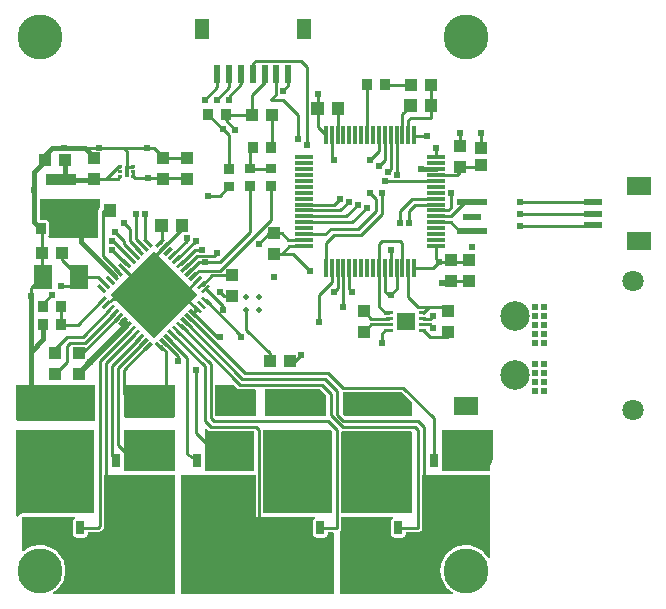
<source format=gtl>
G04 Layer: TopLayer*
G04 EasyEDA v6.4.17, 2021-03-02T09:49:47--3:00*
G04 75982556833f470fbfa1e054b907e15e,59636247558045d2802cba280e4ac9d9,10*
G04 Gerber Generator version 0.2*
G04 Scale: 100 percent, Rotated: No, Reflected: No *
G04 Dimensions in inches *
G04 leading zeros omitted , absolute positions ,3 integer and 6 decimal *
%FSLAX36Y36*%
%MOIN*%

%ADD10C,0.0100*%
%ADD11C,0.0200*%
%ADD12C,0.0063*%
%ADD13C,0.0150*%
%ADD14C,0.0240*%
%ADD15C,0.0236*%
%ADD16C,0.1496*%
%ADD17C,0.0197*%
%ADD18R,0.0610X0.0236*%
%ADD19R,0.0787X0.0591*%
%ADD20R,0.0433X0.0394*%
%ADD22R,0.0430X0.0390*%
%ADD23R,0.0236X0.0610*%
%ADD24R,0.0472X0.0709*%
%ADD26R,0.0340X0.0318*%
%ADD28R,0.0670X0.0475*%
%ADD29R,0.0984X0.0197*%
%ADD30R,0.0630X0.0197*%
%ADD31R,0.0120X0.0630*%
%ADD32R,0.0630X0.0120*%
%ADD39R,0.0787X0.0591*%
%ADD40R,0.0413X0.0425*%
%ADD41R,0.0425X0.0413*%
%ADD42R,0.0591X0.0787*%
%ADD44C,0.0827*%
%ADD45C,0.0984*%
%ADD46C,0.0709*%

%LPD*%
G36*
X-1229180Y-50000D02*
G01*
X-1230680Y-49700D01*
X-1231980Y-48860D01*
X-1232840Y-47600D01*
X-1233180Y-46120D01*
X-1232940Y-44600D01*
X-1230920Y-41380D01*
X-1230180Y-39240D01*
X-1229900Y-36780D01*
X-1229900Y-3220D01*
X-1230180Y-760D01*
X-1230920Y1380D01*
X-1232120Y3280D01*
X-1233720Y4880D01*
X-1235620Y6080D01*
X-1237760Y6820D01*
X-1240220Y7100D01*
X-1256000Y7100D01*
X-1257540Y7400D01*
X-1258820Y8280D01*
X-1259700Y9560D01*
X-1260000Y11100D01*
X-1260000Y76000D01*
X-1259700Y77540D01*
X-1258820Y78820D01*
X-1257540Y79700D01*
X-1256000Y80000D01*
X-1064000Y80000D01*
X-1062460Y79700D01*
X-1061180Y78820D01*
X-1060300Y77540D01*
X-1060000Y76000D01*
X-1060000Y52900D01*
X-1060240Y51560D01*
X-1060900Y50359D01*
X-1062540Y48380D01*
X-1063940Y45780D01*
X-1064800Y42939D01*
X-1065100Y39800D01*
X-1065100Y-46000D01*
X-1065400Y-47539D01*
X-1066280Y-48820D01*
X-1067560Y-49700D01*
X-1069100Y-50000D01*
G37*

%LPD*%
G36*
X-670900Y-644900D02*
G01*
X-672440Y-644599D01*
X-673720Y-643720D01*
X-674599Y-642440D01*
X-674900Y-640900D01*
X-674900Y-544000D01*
X-674599Y-542460D01*
X-673720Y-541180D01*
X-672440Y-540300D01*
X-670900Y-540000D01*
X-617200Y-540000D01*
X-615660Y-540300D01*
X-614360Y-541180D01*
X-605000Y-550540D01*
X-602560Y-552540D01*
X-599960Y-553940D01*
X-597120Y-554800D01*
X-593980Y-555100D01*
X-544000Y-555100D01*
X-542460Y-555400D01*
X-541180Y-556280D01*
X-540300Y-557560D01*
X-540000Y-559100D01*
X-540000Y-640900D01*
X-540300Y-642440D01*
X-541180Y-643720D01*
X-542460Y-644599D01*
X-544000Y-644900D01*
G37*

%LPD*%
G36*
X-506000Y-644900D02*
G01*
X-507540Y-644599D01*
X-508820Y-643720D01*
X-509700Y-642440D01*
X-510000Y-640900D01*
X-510000Y-559100D01*
X-509700Y-557560D01*
X-508820Y-556280D01*
X-507540Y-555400D01*
X-506000Y-555100D01*
X-327920Y-555100D01*
X-326380Y-555400D01*
X-325080Y-556280D01*
X-306280Y-575080D01*
X-305400Y-576380D01*
X-305100Y-577920D01*
X-305100Y-639800D01*
X-305040Y-640500D01*
X-305220Y-642159D01*
X-306040Y-643580D01*
X-307400Y-644560D01*
X-309020Y-644900D01*
G37*

%LPD*%
G36*
X-242079Y-644900D02*
G01*
X-243619Y-644599D01*
X-244920Y-643720D01*
X-248820Y-639820D01*
X-249700Y-638520D01*
X-250000Y-636980D01*
X-250000Y-569100D01*
X-249700Y-567560D01*
X-248820Y-566280D01*
X-247540Y-565400D01*
X-246000Y-565100D01*
X-56360Y-565100D01*
X-54840Y-565400D01*
X-53540Y-566280D01*
X-21180Y-598640D01*
X-20299Y-599940D01*
X-20000Y-601460D01*
X-20000Y-640900D01*
X-20299Y-642440D01*
X-21180Y-643720D01*
X-22460Y-644599D01*
X-24000Y-644900D01*
G37*

%LPD*%
G36*
X-976000Y-650000D02*
G01*
X-977540Y-649700D01*
X-978820Y-648820D01*
X-979700Y-647540D01*
X-980000Y-646000D01*
X-980000Y-544000D01*
X-979700Y-542460D01*
X-978820Y-541180D01*
X-977540Y-540300D01*
X-976000Y-540000D01*
X-814000Y-540000D01*
X-812460Y-540300D01*
X-811180Y-541180D01*
X-810300Y-542460D01*
X-810000Y-544000D01*
X-810000Y-646000D01*
X-810300Y-647540D01*
X-811180Y-648820D01*
X-812460Y-649700D01*
X-814000Y-650000D01*
G37*

%LPD*%
G36*
X-1335900Y-660000D02*
G01*
X-1337440Y-659700D01*
X-1338720Y-658820D01*
X-1339600Y-657540D01*
X-1339900Y-656000D01*
X-1339900Y-544000D01*
X-1339600Y-542460D01*
X-1338720Y-541180D01*
X-1337420Y-540300D01*
X-1335900Y-540000D01*
X-1079100Y-540000D01*
X-1077560Y-540300D01*
X-1076280Y-541180D01*
X-1075400Y-542460D01*
X-1075100Y-544000D01*
X-1075100Y-656000D01*
X-1075400Y-657540D01*
X-1076280Y-658820D01*
X-1077560Y-659700D01*
X-1079100Y-660000D01*
G37*

%LPD*%
G36*
X-976000Y-829900D02*
G01*
X-977540Y-829599D01*
X-978820Y-828720D01*
X-979700Y-827440D01*
X-980000Y-825900D01*
X-980000Y-694000D01*
X-979700Y-692460D01*
X-978820Y-691180D01*
X-977540Y-690300D01*
X-976000Y-690000D01*
X-814000Y-690000D01*
X-812460Y-690300D01*
X-811180Y-691180D01*
X-810300Y-692460D01*
X-810000Y-694000D01*
X-810000Y-825900D01*
X-810300Y-827440D01*
X-811180Y-828720D01*
X-812460Y-829599D01*
X-814000Y-829900D01*
G37*

%LPD*%
G36*
X84000Y-829900D02*
G01*
X82460Y-829599D01*
X81180Y-828720D01*
X80300Y-827440D01*
X80000Y-825900D01*
X80000Y-694000D01*
X80300Y-692460D01*
X81180Y-691180D01*
X82460Y-690300D01*
X84000Y-690000D01*
X246000Y-690000D01*
X247540Y-690300D01*
X248820Y-691180D01*
X249700Y-692460D01*
X250000Y-694000D01*
X250000Y-788139D01*
X249660Y-789740D01*
X246400Y-797340D01*
X243540Y-806160D01*
X241500Y-815220D01*
X240420Y-823360D01*
X240260Y-826060D01*
X239899Y-827540D01*
X239040Y-828780D01*
X237760Y-829620D01*
X236260Y-829900D01*
G37*

%LPD*%
G36*
X-706000Y-829900D02*
G01*
X-707540Y-829599D01*
X-708820Y-828720D01*
X-709700Y-827440D01*
X-710000Y-825900D01*
X-710000Y-691020D01*
X-709700Y-689479D01*
X-708820Y-688180D01*
X-707540Y-687320D01*
X-706000Y-687020D01*
X-704460Y-687320D01*
X-703180Y-688180D01*
X-700819Y-690540D01*
X-698379Y-692540D01*
X-695780Y-693940D01*
X-692940Y-694800D01*
X-689800Y-695100D01*
X-549100Y-695100D01*
X-547560Y-695400D01*
X-546280Y-696280D01*
X-545400Y-697560D01*
X-545100Y-699100D01*
X-545100Y-825900D01*
X-545400Y-827440D01*
X-546280Y-828720D01*
X-547560Y-829599D01*
X-549100Y-829900D01*
G37*

%LPD*%
G36*
X-510900Y-969900D02*
G01*
X-512440Y-969599D01*
X-513720Y-968720D01*
X-514600Y-967440D01*
X-514900Y-965900D01*
X-514900Y-694000D01*
X-514600Y-692460D01*
X-513720Y-691180D01*
X-512440Y-690300D01*
X-510900Y-690000D01*
X-293020Y-690000D01*
X-291480Y-690300D01*
X-290180Y-691180D01*
X-286280Y-695080D01*
X-285400Y-696380D01*
X-285100Y-697920D01*
X-285100Y-965900D01*
X-285400Y-967440D01*
X-286280Y-968720D01*
X-287560Y-969599D01*
X-289100Y-969900D01*
G37*

%LPD*%
G36*
X-250900Y-969900D02*
G01*
X-252440Y-969599D01*
X-253720Y-968720D01*
X-254600Y-967440D01*
X-254899Y-965900D01*
X-254899Y-699020D01*
X-254560Y-697400D01*
X-253580Y-696040D01*
X-252160Y-695220D01*
X-250500Y-695040D01*
X-249800Y-695100D01*
X-24000Y-695100D01*
X-22460Y-695400D01*
X-21180Y-696280D01*
X-20299Y-697560D01*
X-20000Y-699100D01*
X-20000Y-839120D01*
X-20099Y-840220D01*
X-20099Y-965900D01*
X-20400Y-967440D01*
X-21280Y-968720D01*
X-22559Y-969599D01*
X-24100Y-969900D01*
G37*

%LPD*%
G36*
X-1335900Y-980000D02*
G01*
X-1337440Y-979700D01*
X-1338720Y-978820D01*
X-1339600Y-977540D01*
X-1339900Y-976000D01*
X-1339900Y-694000D01*
X-1339600Y-692460D01*
X-1338720Y-691180D01*
X-1337440Y-690300D01*
X-1335900Y-690000D01*
X-1084000Y-690000D01*
X-1082460Y-690300D01*
X-1081180Y-691180D01*
X-1080300Y-692460D01*
X-1080000Y-694000D01*
X-1080000Y-839120D01*
X-1080100Y-840220D01*
X-1080100Y-965900D01*
X-1080400Y-967440D01*
X-1081280Y-968720D01*
X-1082560Y-969599D01*
X-1084100Y-969900D01*
X-1319780Y-969900D01*
X-1322240Y-970180D01*
X-1324379Y-970920D01*
X-1326279Y-972120D01*
X-1327880Y-973720D01*
X-1329079Y-975620D01*
X-1329660Y-977320D01*
X-1330520Y-978720D01*
X-1331840Y-979659D01*
X-1333440Y-980000D01*
G37*

%LPD*%
G36*
X-1213760Y-1239900D02*
G01*
X-1215400Y-1239540D01*
X-1216760Y-1238520D01*
X-1217580Y-1237040D01*
X-1217720Y-1235360D01*
X-1217140Y-1233780D01*
X-1215960Y-1232560D01*
X-1209780Y-1228460D01*
X-1203580Y-1223440D01*
X-1197900Y-1217880D01*
X-1192740Y-1211820D01*
X-1188180Y-1205300D01*
X-1184260Y-1198360D01*
X-1181000Y-1191100D01*
X-1178440Y-1183580D01*
X-1176580Y-1175840D01*
X-1175480Y-1167960D01*
X-1175100Y-1160000D01*
X-1175480Y-1152040D01*
X-1176580Y-1144160D01*
X-1178440Y-1136420D01*
X-1181000Y-1128900D01*
X-1184260Y-1121640D01*
X-1188180Y-1114700D01*
X-1192740Y-1108180D01*
X-1197900Y-1102120D01*
X-1203580Y-1096560D01*
X-1209780Y-1091540D01*
X-1216400Y-1087140D01*
X-1223420Y-1083380D01*
X-1230760Y-1080300D01*
X-1238340Y-1077900D01*
X-1246120Y-1076240D01*
X-1254040Y-1075300D01*
X-1262000Y-1075120D01*
X-1269920Y-1075680D01*
X-1277780Y-1076980D01*
X-1285480Y-1079020D01*
X-1292940Y-1081760D01*
X-1300140Y-1085180D01*
X-1306960Y-1089260D01*
X-1313620Y-1094180D01*
X-1315240Y-1094880D01*
X-1316980Y-1094840D01*
X-1318540Y-1094040D01*
X-1319620Y-1092660D01*
X-1320000Y-1090960D01*
X-1320000Y-984000D01*
X-1319700Y-982460D01*
X-1318820Y-981180D01*
X-1317540Y-980300D01*
X-1316000Y-980000D01*
X-1147960Y-980000D01*
X-1146440Y-980300D01*
X-1145140Y-981180D01*
X-1144280Y-982460D01*
X-1143960Y-984000D01*
X-1144280Y-985540D01*
X-1145140Y-986820D01*
X-1146660Y-988340D01*
X-1147860Y-990260D01*
X-1148600Y-992380D01*
X-1148880Y-994860D01*
X-1148880Y-1039680D01*
X-1148600Y-1042140D01*
X-1147860Y-1044280D01*
X-1146660Y-1046180D01*
X-1145060Y-1047780D01*
X-1143160Y-1048980D01*
X-1141020Y-1049720D01*
X-1138560Y-1050000D01*
X-1111440Y-1050000D01*
X-1108980Y-1049720D01*
X-1106840Y-1048980D01*
X-1104940Y-1047780D01*
X-1103340Y-1046180D01*
X-1102140Y-1044280D01*
X-1101400Y-1042140D01*
X-1101120Y-1039680D01*
X-1101120Y-1036360D01*
X-1100820Y-1034820D01*
X-1099940Y-1033540D01*
X-1098660Y-1032660D01*
X-1097120Y-1032360D01*
X-1067460Y-1032360D01*
X-1064320Y-1032060D01*
X-1061480Y-1031200D01*
X-1058880Y-1029800D01*
X-1056440Y-1027800D01*
X-1049460Y-1020819D01*
X-1047460Y-1018379D01*
X-1046060Y-1015780D01*
X-1045200Y-1012940D01*
X-1044900Y-1009800D01*
X-1044900Y-844000D01*
X-1044599Y-842460D01*
X-1043720Y-841180D01*
X-1042440Y-840300D01*
X-1040900Y-840000D01*
X-814000Y-840000D01*
X-812460Y-840300D01*
X-811180Y-841180D01*
X-810300Y-842460D01*
X-810000Y-844000D01*
X-810000Y-1235900D01*
X-810300Y-1237420D01*
X-811180Y-1238720D01*
X-812460Y-1239600D01*
X-814000Y-1239900D01*
G37*

%LPD*%
G36*
X-786000Y-1239900D02*
G01*
X-787540Y-1239600D01*
X-788820Y-1238720D01*
X-789700Y-1237420D01*
X-790000Y-1235900D01*
X-790000Y-844000D01*
X-789700Y-842460D01*
X-788820Y-841180D01*
X-787540Y-840300D01*
X-786000Y-840000D01*
X-544000Y-840000D01*
X-542460Y-840300D01*
X-541180Y-841180D01*
X-540300Y-842460D01*
X-540000Y-844000D01*
X-540000Y-979599D01*
X-539600Y-980000D01*
X-347960Y-980000D01*
X-346440Y-980300D01*
X-345140Y-981180D01*
X-344280Y-982460D01*
X-343960Y-984000D01*
X-344280Y-985540D01*
X-345140Y-986820D01*
X-346659Y-988340D01*
X-347860Y-990260D01*
X-348600Y-992380D01*
X-348880Y-994860D01*
X-348880Y-1039680D01*
X-348600Y-1042140D01*
X-347860Y-1044280D01*
X-346659Y-1046180D01*
X-345060Y-1047780D01*
X-343160Y-1048980D01*
X-341019Y-1049720D01*
X-338560Y-1050000D01*
X-311440Y-1050000D01*
X-308980Y-1049720D01*
X-306840Y-1048980D01*
X-304940Y-1047780D01*
X-303340Y-1046180D01*
X-302140Y-1044280D01*
X-301400Y-1042140D01*
X-301120Y-1039680D01*
X-301120Y-1036360D01*
X-300820Y-1034820D01*
X-299940Y-1033540D01*
X-298660Y-1032660D01*
X-297120Y-1032360D01*
X-284000Y-1032360D01*
X-282460Y-1032660D01*
X-281180Y-1033540D01*
X-280300Y-1034820D01*
X-280000Y-1036360D01*
X-280000Y-1235900D01*
X-280300Y-1237420D01*
X-281180Y-1238720D01*
X-282460Y-1239600D01*
X-284000Y-1239900D01*
G37*

%LPD*%
G36*
X-256000Y-1239900D02*
G01*
X-257540Y-1239600D01*
X-258820Y-1238720D01*
X-259700Y-1237420D01*
X-260000Y-1235900D01*
X-260000Y-1030160D01*
X-259760Y-1028820D01*
X-259100Y-1027620D01*
X-257460Y-1025639D01*
X-256060Y-1023040D01*
X-255200Y-1020200D01*
X-254899Y-1017060D01*
X-254899Y-984000D01*
X-254600Y-982460D01*
X-253720Y-981180D01*
X-252440Y-980300D01*
X-250900Y-980000D01*
X-87960Y-980000D01*
X-86440Y-980300D01*
X-85140Y-981180D01*
X-84280Y-982460D01*
X-83960Y-984000D01*
X-84280Y-985540D01*
X-85140Y-986820D01*
X-86660Y-988340D01*
X-87860Y-990260D01*
X-88600Y-992380D01*
X-88880Y-994860D01*
X-88880Y-1039680D01*
X-88600Y-1042140D01*
X-87860Y-1044280D01*
X-86660Y-1046180D01*
X-85060Y-1047780D01*
X-83160Y-1048980D01*
X-81020Y-1049720D01*
X-78560Y-1050000D01*
X-51440Y-1050000D01*
X-48980Y-1049720D01*
X-46840Y-1048980D01*
X-44940Y-1047780D01*
X-43339Y-1046180D01*
X-42140Y-1044280D01*
X-41400Y-1042140D01*
X-41120Y-1039680D01*
X-41120Y-1036360D01*
X-40820Y-1034820D01*
X-39940Y-1033540D01*
X-38660Y-1032660D01*
X-37120Y-1032360D01*
X-200Y-1032360D01*
X2940Y-1032060D01*
X5780Y-1031200D01*
X8380Y-1029800D01*
X10660Y-1027920D01*
X12540Y-1025639D01*
X13939Y-1023040D01*
X14800Y-1020200D01*
X15100Y-1017060D01*
X15100Y-844000D01*
X15400Y-842460D01*
X16279Y-841180D01*
X17560Y-840300D01*
X19100Y-840000D01*
X235900Y-840000D01*
X237440Y-840300D01*
X238720Y-841180D01*
X239600Y-842460D01*
X239899Y-844000D01*
X239899Y-1113820D01*
X239520Y-1115500D01*
X238460Y-1116880D01*
X236920Y-1117680D01*
X235180Y-1117740D01*
X233580Y-1117080D01*
X232420Y-1115780D01*
X231820Y-1114700D01*
X227260Y-1108180D01*
X222100Y-1102120D01*
X216420Y-1096560D01*
X210219Y-1091540D01*
X203600Y-1087140D01*
X196580Y-1083380D01*
X189240Y-1080300D01*
X181660Y-1077900D01*
X173880Y-1076240D01*
X165960Y-1075300D01*
X158000Y-1075120D01*
X150080Y-1075680D01*
X142220Y-1076980D01*
X134520Y-1079020D01*
X127060Y-1081760D01*
X119860Y-1085180D01*
X113040Y-1089260D01*
X106620Y-1093980D01*
X100680Y-1099260D01*
X95239Y-1105080D01*
X90399Y-1111400D01*
X86140Y-1118120D01*
X82540Y-1125220D01*
X79640Y-1132640D01*
X77420Y-1140280D01*
X75940Y-1148100D01*
X75200Y-1156020D01*
X75200Y-1163980D01*
X75940Y-1171900D01*
X77420Y-1179720D01*
X79640Y-1187360D01*
X82540Y-1194780D01*
X86140Y-1201880D01*
X90399Y-1208600D01*
X95239Y-1214920D01*
X100680Y-1220740D01*
X106620Y-1226020D01*
X113040Y-1230740D01*
X115940Y-1232460D01*
X117200Y-1233640D01*
X117840Y-1235240D01*
X117739Y-1236960D01*
X116940Y-1238480D01*
X115559Y-1239520D01*
X113880Y-1239900D01*
G37*

%LPD*%
D10*
X-1125000Y-1017260D02*
G01*
X-1067260Y-1017260D01*
X-1060000Y-1010000D01*
X-1060000Y-462420D01*
X-954960Y-357380D01*
X-1040000Y-840000D02*
G01*
X-1040000Y-469280D01*
X-941529Y-370810D01*
X-1005000Y-792740D02*
G01*
X-1020000Y-777740D01*
X-1020000Y-477579D01*
X-927380Y-384960D01*
X-970000Y-760000D02*
G01*
X-980000Y-760000D01*
X-1000000Y-740000D01*
X-1000000Y-485860D01*
X-913240Y-399099D01*
X-800000Y-460000D02*
G01*
X-800000Y-445900D01*
X-846769Y-399129D01*
X-700000Y-740000D02*
G01*
X-740000Y-700000D01*
X-740000Y-490000D01*
X-832630Y-384990D02*
G01*
X-832630Y-387370D01*
X-770000Y-450000D01*
X-770000Y-690000D01*
X-770000Y-770000D01*
X-735000Y-793000D01*
X-818490Y-370850D02*
G01*
X-710000Y-479340D01*
X-710000Y-660000D01*
X-690000Y-680000D01*
X-540000Y-680000D01*
X-530000Y-690000D01*
X-530000Y-990000D01*
X-65000Y-1017260D02*
G01*
X0Y-1017260D01*
X0Y-690000D01*
X-10000Y-680000D01*
X-250000Y-680000D01*
X-290000Y-640000D01*
X-290000Y-570000D01*
X-320000Y-540000D01*
X-594180Y-540000D01*
X-790910Y-343270D01*
X20000Y-850000D02*
G01*
X20000Y-680000D01*
X0Y-660000D01*
X-250000Y-660000D01*
X-270000Y-640000D01*
X-270000Y-560000D01*
X-310000Y-520000D01*
X-585900Y-520000D01*
X-776769Y-329129D01*
X-899810Y-412530D02*
G01*
X-902530Y-412530D01*
X-980000Y-490000D01*
X-980000Y-570000D01*
X-960000Y-590000D01*
X-860210Y-412570D02*
G01*
X-857430Y-412570D01*
X-840000Y-430000D01*
X-840000Y-560000D01*
X-749190Y-301550D02*
G01*
X-735050Y-287410D01*
X-749190Y-301550D02*
G01*
X-670740Y-380000D01*
X-660000Y-380000D01*
X-325000Y-1017260D02*
G01*
X-270000Y-1017260D01*
X-270000Y-690000D01*
X-300000Y-660000D01*
X-680000Y-660000D01*
X-690000Y-650000D01*
X-690000Y-472470D01*
X-805050Y-357420D01*
X55000Y-792740D02*
G01*
X52492Y-650946D01*
X-48453Y-550000D01*
X-250000Y-550000D01*
X-300000Y-500000D01*
X-577620Y-500000D01*
X-762630Y-314990D01*
D11*
X-969100Y-343240D02*
G01*
X-983240Y-329099D01*
D10*
X-1039110Y-273230D02*
G01*
X-1017222Y-253334D01*
X-880020Y-240020D01*
D12*
X-1007757Y-877117D02*
G01*
X-1006567Y-877117D01*
X-736161Y-872722D02*
G01*
X-734971Y-872722D01*
X52149Y-875839D02*
G01*
X53339Y-875839D01*
X-1277160Y-792878D02*
G01*
X-1275970Y-792878D01*
X-475346Y-794691D02*
G01*
X-474156Y-794691D01*
X-217958Y-791533D02*
G01*
X-216768Y-791533D01*
D10*
X-1190340Y-280000D02*
G01*
X-1190340Y-340000D01*
X-1190340Y-340000D02*
G01*
X-1132740Y-340000D01*
X-1052540Y-259800D01*
D11*
X-1091266Y-465406D02*
G01*
X-969100Y-343240D01*
X-1130000Y-504000D02*
G01*
X-1129860Y-504000D01*
X-1091266Y-465406D01*
D10*
X-1130000Y-436000D02*
G01*
X-1118440Y-436000D01*
X-997390Y-314950D01*
X-1210000Y-504000D02*
G01*
X-1170000Y-464000D01*
X-1170000Y-410000D01*
X-1160000Y-400000D01*
X-1109300Y-400000D01*
X-1010819Y-301520D01*
X-1210000Y-435999D02*
G01*
X-1210000Y-420000D01*
X-1170000Y-380000D01*
X-1117580Y-380000D01*
X-1024960Y-287380D01*
X-1257000Y-20000D02*
G01*
X-1254000Y-23000D01*
X-1254000Y-100000D01*
X-1131000Y-180000D02*
G01*
X-1186000Y-125000D01*
X-1186000Y-100000D01*
X-1131000Y-180000D02*
G01*
X-1065910Y-180000D01*
X-1039140Y-206770D01*
X-1249660Y-280000D02*
G01*
X-1249660Y-269660D01*
X-1220000Y-240000D01*
X-1249000Y-180000D02*
G01*
X-1252852Y-180000D01*
X-1290000Y-217148D01*
X-1290000Y-243973D01*
X-1131000Y-180000D02*
G01*
X-1161000Y-210000D01*
X-1190000Y-210000D01*
D13*
X-1123000Y-20000D02*
G01*
X-1123000Y-66340D01*
X-1010860Y-178480D01*
X-1190000Y143310D02*
G01*
X-1176000Y157310D01*
X-1176000Y210000D01*
X-1280000Y110000D02*
G01*
X-1280000Y3000D01*
X-1257000Y-20000D01*
X-1244000Y210000D02*
G01*
X-1244000Y206000D01*
X-1280000Y170000D01*
X-1280000Y110000D01*
X-1249660Y-340000D02*
G01*
X-1249660Y-389660D01*
X-1290000Y-430000D01*
X-1290000Y-560000D01*
X-1250000Y-560000D01*
X-1290000Y-243973D02*
G01*
X-1290000Y-430000D01*
X-1178084Y250000D02*
G01*
X-1110000Y250000D01*
X-1080000Y220000D01*
X-1080000Y214000D01*
X-1244000Y210000D02*
G01*
X-1244000Y226000D01*
X-1220000Y250000D01*
X-1178084Y250000D01*
X-1080000Y146000D02*
G01*
X-1082690Y143310D01*
X-1190000Y143310D01*
D10*
X-991560Y185750D02*
G01*
X-999367Y185750D01*
X-1039117Y146000D01*
X-1063584Y250000D02*
G01*
X-1110000Y250000D01*
X-970000Y170000D02*
G01*
X-970000Y240000D01*
X-980000Y250000D01*
X-1063584Y250000D01*
X-991560Y154249D02*
G01*
X-999810Y146000D01*
X-1080000Y146000D01*
X-948450Y185750D02*
G01*
X-965613Y185750D01*
X-970000Y190137D01*
X-948450Y154249D02*
G01*
X-948450Y170000D01*
X-900000Y150000D02*
G01*
X-774000Y150000D01*
X-770000Y146000D01*
X-948450Y154249D02*
G01*
X-944200Y150000D01*
X-900000Y150000D01*
X-770000Y214000D02*
G01*
X-850000Y214000D01*
X-904084Y250000D02*
G01*
X-880000Y250000D01*
X-850000Y220000D01*
X-850000Y214000D01*
X-980000Y250000D02*
G01*
X-904084Y250000D01*
X-983280Y-150900D02*
G01*
X-894160Y-240020D01*
X-880020Y-240020D01*
X-1026000Y40000D02*
G01*
X-1050000Y40000D01*
X-1050000Y-112470D01*
X-997419Y-165050D01*
X-969140Y-136760D02*
G01*
X-973240Y-136760D01*
X-1020000Y-90000D01*
X-955000Y-122620D02*
G01*
X-1017620Y-60000D01*
X-1020000Y-60000D01*
X-941560Y-109190D02*
G01*
X-980000Y-70750D01*
X-980000Y-60000D01*
X-1010000Y-30000D01*
X-927419Y-95040D02*
G01*
X-940000Y-80000D01*
X-960000Y-60000D01*
X-960000Y-20000D01*
X-980000Y0D01*
X-940000Y30000D02*
G01*
X-940000Y-54179D01*
X-913280Y-80900D01*
X-899840Y-67470D02*
G01*
X-910000Y-57310D01*
X-910000Y30000D01*
X-846769Y-80900D02*
G01*
X-880020Y-114149D01*
X-880020Y-240020D01*
X-846769Y-80900D02*
G01*
X-786000Y-20130D01*
X-786000Y-10000D01*
X-860209Y-67470D02*
G01*
X-854000Y-61261D01*
X-854000Y-10000D01*
X-818489Y-109190D02*
G01*
X-770000Y-60701D01*
X-770000Y-50000D01*
X-805050Y-122620D02*
G01*
X-802620Y-122620D01*
X-740000Y-60000D01*
X-790910Y-136760D02*
G01*
X-744149Y-90000D01*
X-720000Y-90000D01*
X-776769Y-150900D02*
G01*
X-735870Y-110000D01*
X-680000Y-110000D01*
X-670000Y-100000D01*
X-763000Y-165000D02*
G01*
X-728000Y-130000D01*
X-710000Y-130000D01*
X180000Y-27199D02*
G01*
X137200Y-27199D01*
X109500Y500D01*
X60499Y500D01*
X-380500Y59500D02*
G01*
X-280000Y60000D01*
X-260000Y80000D01*
X-380500Y40500D02*
G01*
X-259500Y40500D01*
X-230000Y70000D01*
X-380500Y20500D02*
G01*
X-239500Y20500D01*
X-200000Y60000D01*
X-380500Y500D02*
G01*
X-219500Y500D01*
X-170000Y50000D01*
X-130499Y290500D02*
G01*
X-130499Y239500D01*
X-160000Y210000D01*
X-110499Y290500D02*
G01*
X-110499Y209500D01*
X-130000Y190000D01*
X-100000Y170000D02*
G01*
X-90499Y179500D01*
X-90499Y290500D01*
X-70499Y290500D02*
G01*
X-70499Y160000D01*
X-220000Y-230000D02*
G01*
X-228500Y-221500D01*
X-228500Y-150500D01*
X-250000Y-280000D02*
G01*
X-248500Y-278500D01*
X-248500Y-150500D01*
X-267500Y-150500D02*
G01*
X-267500Y-217500D01*
X-280000Y-230000D01*
X-307500Y290500D02*
G01*
X-334000Y317000D01*
X-334000Y380000D01*
X-267500Y290500D02*
G01*
X-266000Y292000D01*
X-266000Y380000D01*
X-169500Y290500D02*
G01*
X-169500Y460000D01*
X-169660Y460000D01*
X-110339Y460000D02*
G01*
X-23500Y460000D01*
X43999Y390000D02*
G01*
X43999Y459500D01*
X43500Y460000D01*
X-23999Y390000D02*
G01*
X-51499Y362500D01*
X-51499Y290500D01*
X43999Y390000D02*
G01*
X43999Y350000D01*
X-21732Y350000D01*
X-31499Y340233D01*
X-31499Y290500D01*
X60499Y158500D02*
G01*
X130000Y158500D01*
X140000Y168500D01*
X140000Y186000D01*
X210000Y192440D02*
G01*
X203559Y186000D01*
X140000Y186000D01*
X210000Y247560D02*
G01*
X210000Y300000D01*
X140000Y254000D02*
G01*
X140000Y300000D01*
X170000Y-194000D02*
G01*
X170000Y-194000D01*
X110000Y-194000D01*
X110000Y-194000D02*
G01*
X86000Y-194000D01*
X80000Y-200000D01*
X70000Y-130000D02*
G01*
X70000Y-130000D01*
X170000Y-130000D01*
X170000Y-126000D01*
X60499Y-78500D02*
G01*
X60499Y-120500D01*
X70000Y-130000D01*
X60499Y138500D02*
G01*
X58999Y140000D01*
X-110000Y140000D01*
X60499Y79500D02*
G01*
X-20499Y79500D01*
X-60000Y40000D01*
X-60000Y0D01*
X-30000Y0D02*
G01*
X-30000Y40000D01*
X-10499Y59500D01*
X60499Y59500D01*
X-590000Y-380000D02*
G01*
X-590000Y-377300D01*
X-707470Y-259830D01*
X-650000Y-290000D02*
G01*
X-650000Y-277670D01*
X-707470Y-220200D01*
X180000Y67199D02*
G01*
X157200Y67199D01*
X110499Y20500D01*
X60499Y20500D01*
X60499Y40500D02*
G01*
X100499Y40500D01*
X110000Y50000D01*
X110000Y100000D01*
X-735050Y-192620D02*
G01*
X-783699Y-241555D01*
X-735050Y-287410D02*
G01*
X-737844Y-287410D01*
X-783699Y-241555D01*
X-180000Y-296000D02*
G01*
X-155840Y-320160D01*
X-95810Y-320160D01*
X-180000Y-364000D02*
G01*
X-155840Y-339840D01*
X-95810Y-339840D01*
X-95810Y-359530D02*
G01*
X-109530Y-359530D01*
X-120000Y-370000D01*
X-120000Y-400000D01*
X-130499Y-150500D02*
G01*
X-130499Y-279500D01*
X-109530Y-300470D01*
X-95810Y-300470D01*
X-70499Y-150500D02*
G01*
X-70499Y-220500D01*
X-95000Y-245000D01*
X-110499Y-229500D01*
X-110499Y-150500D01*
X15810Y-320160D02*
G01*
X39840Y-320160D01*
X50000Y-310000D01*
X50000Y-310000D01*
X15810Y-339840D02*
G01*
X39840Y-339840D01*
X50000Y-350000D01*
X50000Y-350000D01*
X100000Y-296000D02*
G01*
X100000Y-280000D01*
X37402Y-280000D01*
X16933Y-300470D01*
X15810Y-300470D01*
X15810Y-359530D02*
G01*
X18136Y-359530D01*
X40824Y-382217D01*
X100000Y-382217D01*
X100000Y-364000D01*
X583720Y30000D02*
G01*
X340000Y30000D01*
X583720Y-9370D02*
G01*
X583090Y-10000D01*
X340000Y-10000D01*
X60499Y217500D02*
G01*
X60499Y250000D01*
X-11499Y290500D02*
G01*
X-11000Y290000D01*
X30000Y290000D01*
X-553500Y360000D02*
G01*
X-553840Y359660D01*
X-650000Y359660D01*
X-490340Y250000D02*
G01*
X-486500Y253840D01*
X-486500Y360000D01*
X-490000Y179660D02*
G01*
X-560000Y179660D01*
X-560000Y179660D01*
X-560000Y179660D02*
G01*
X-560000Y239660D01*
X-549660Y250000D01*
X-380500Y-58500D02*
G01*
X-431500Y-58500D01*
X-454000Y-36000D01*
X-480000Y-36000D01*
X-480000Y-103999D02*
G01*
X-454000Y-103999D01*
X-428500Y-78500D01*
X-380500Y-78500D01*
X-454000Y-103999D02*
G01*
X-416000Y-103999D01*
X-360000Y-160000D01*
X-749190Y-178480D02*
G01*
X-730000Y-160000D01*
X-689793Y-160000D01*
X-689793Y-160000D02*
G01*
X-660000Y-160000D01*
X-490000Y10000D01*
X-490000Y120339D01*
X-710000Y-130000D02*
G01*
X-660000Y-130000D01*
X-560000Y-30000D01*
X-560000Y120339D01*
X-650654Y310994D02*
G01*
X-630000Y290340D01*
X-630000Y179660D01*
X-699659Y360000D02*
G01*
X-650654Y310994D01*
X-630000Y120339D02*
G01*
X-660000Y90000D01*
X-700000Y90000D01*
X-31499Y-150500D02*
G01*
X-31499Y-248500D01*
X0Y-280000D01*
X37402Y-280000D01*
X-426000Y-460000D02*
G01*
X-410000Y-460000D01*
X-390000Y-440000D01*
X-571700Y-291700D02*
G01*
X-571700Y-358300D01*
X-494000Y-436000D01*
X-494000Y-460000D01*
X-307500Y-150500D02*
G01*
X-307500Y-67500D01*
X-280000Y-40000D01*
X-190000Y-40000D01*
X-120000Y30000D01*
X-120000Y100000D01*
X-160000Y100000D02*
G01*
X-140000Y80000D01*
X-140000Y40000D01*
X-200000Y-20000D01*
X-290000Y-20000D01*
X-308500Y-38500D01*
X-380500Y-38500D01*
X-471260Y493720D02*
G01*
X-471260Y428739D01*
X-490000Y410000D01*
X-450000Y410000D01*
X-400000Y360000D01*
X-400000Y280000D01*
X-330000Y-330000D02*
G01*
X-330000Y-240000D01*
X-287500Y-197500D01*
X-287500Y-150500D01*
X-720910Y-206770D02*
G01*
X-716769Y-206770D01*
X-686000Y-176000D01*
X-620000Y-176000D01*
X-620000Y-244000D02*
G01*
X-646000Y-244000D01*
X-660000Y-230000D01*
X-480000Y-36000D02*
G01*
X-496000Y-36000D01*
X-530000Y-70000D01*
X-640340Y360000D02*
G01*
X-640340Y340340D01*
X-610000Y310000D01*
X-431890Y493720D02*
G01*
X-431890Y458110D01*
X-450000Y440000D01*
X-334000Y380000D02*
G01*
X-334000Y430000D01*
X-287500Y290500D02*
G01*
X-287500Y217500D01*
X-280000Y210000D01*
X-11499Y-150500D02*
G01*
X49500Y-150500D01*
X70000Y-130000D01*
X-51499Y-150500D02*
G01*
X-51499Y-68500D01*
X-60000Y-60000D01*
X-120000Y-60000D01*
X-130499Y-70500D01*
X-130499Y-150500D01*
X-90499Y-150500D02*
G01*
X-90499Y-90000D01*
X-1254000Y-100000D02*
G01*
X-1254000Y-140000D01*
X-1249000Y-145000D01*
X-1249000Y-180000D01*
D13*
X60499Y177500D02*
G01*
X10000Y177500D01*
D10*
X-589370Y493720D02*
G01*
X-589370Y460630D01*
X-630000Y420000D01*
X-630000Y410000D01*
X-628740Y493720D02*
G01*
X-628740Y451260D01*
X-670000Y410000D01*
X-668110Y493720D02*
G01*
X-668110Y451889D01*
X-710000Y410000D01*
X-510630Y493720D02*
G01*
X-510630Y469370D01*
X-553500Y426500D01*
X-553500Y360000D01*
X-550000Y493720D02*
G01*
X-550000Y530552D01*
X-540552Y540000D01*
X-390000Y540000D01*
X-370000Y520000D01*
X-370000Y260000D01*
X583720Y69369D02*
G01*
X340000Y69369D01*
X340000Y70000D01*
D18*
G01*
X583720Y-9370D03*
G01*
X583720Y30000D03*
G01*
X583720Y69369D03*
D19*
G01*
X736279Y120550D03*
G01*
X736279Y-60550D03*
D20*
G01*
X210000Y247560D03*
G01*
X210000Y192440D03*
G36*
X-1239213Y161024D02*
G01*
X-1140787Y161024D01*
X-1140787Y125591D01*
X-1239213Y125591D01*
G37*
G36*
X-1239213Y74408D02*
G01*
X-1140787Y74408D01*
X-1140787Y38976D01*
X-1239213Y38976D01*
G37*
D22*
G01*
X-486500Y360000D03*
G01*
X-553500Y360000D03*
G01*
X-23500Y460000D03*
G01*
X43500Y460000D03*
D23*
G01*
X-431890Y493720D03*
G01*
X-471260Y493720D03*
G01*
X-510630Y493720D03*
G01*
X-550000Y493720D03*
G01*
X-589370Y493720D03*
G01*
X-628740Y493720D03*
D24*
G01*
X-380710Y646280D03*
G01*
X-719290Y646280D03*
D23*
G01*
X-668110Y493720D03*
G36*
X-1238800Y-994860D02*
G01*
X-1211200Y-994860D01*
X-1211200Y-1040060D01*
X-1238800Y-1040060D01*
G37*
G36*
X-1288800Y-994665D02*
G01*
X-1261200Y-994665D01*
X-1261200Y-1039865D01*
X-1288800Y-1039865D01*
G37*
G36*
X-1188800Y-994860D02*
G01*
X-1161200Y-994860D01*
X-1161200Y-1040060D01*
X-1188800Y-1040060D01*
G37*
G36*
X-1138800Y-994665D02*
G01*
X-1111200Y-994665D01*
X-1111200Y-1039865D01*
X-1138800Y-1039865D01*
G37*
G36*
X-1105512Y-770022D02*
G01*
X-1294488Y-770022D01*
X-1294488Y-834982D01*
X-1284646Y-834982D01*
X-1284646Y-955061D01*
X-1115355Y-955061D01*
X-1115355Y-834982D01*
X-1105512Y-834982D01*
G37*
G36*
X-891200Y-815140D02*
G01*
X-918800Y-815140D01*
X-918800Y-769940D01*
X-891200Y-769940D01*
G37*
G36*
X-841200Y-815335D02*
G01*
X-868800Y-815335D01*
X-868800Y-770134D01*
X-841200Y-770134D01*
G37*
G36*
X-941200Y-815140D02*
G01*
X-968800Y-815140D01*
X-968800Y-769940D01*
X-941200Y-769940D01*
G37*
G36*
X-991200Y-815335D02*
G01*
X-1018800Y-815335D01*
X-1018800Y-770134D01*
X-991200Y-770134D01*
G37*
G36*
X-1024488Y-1039978D02*
G01*
X-835512Y-1039978D01*
X-835512Y-975018D01*
X-845354Y-975018D01*
X-845354Y-854939D01*
X-1014645Y-854939D01*
X-1014645Y-975018D01*
X-1024488Y-975018D01*
G37*
G36*
X-438800Y-994860D02*
G01*
X-411200Y-994860D01*
X-411200Y-1040060D01*
X-438800Y-1040060D01*
G37*
G36*
X-488800Y-994665D02*
G01*
X-461200Y-994665D01*
X-461200Y-1039865D01*
X-488800Y-1039865D01*
G37*
G36*
X-388799Y-994860D02*
G01*
X-361200Y-994860D01*
X-361200Y-1040060D01*
X-388799Y-1040060D01*
G37*
G36*
X-338799Y-994665D02*
G01*
X-311200Y-994665D01*
X-311200Y-1039865D01*
X-338799Y-1039865D01*
G37*
G36*
X-305512Y-770022D02*
G01*
X-494488Y-770022D01*
X-494488Y-834982D01*
X-484646Y-834982D01*
X-484646Y-955061D01*
X-315355Y-955061D01*
X-315355Y-834982D01*
X-305512Y-834982D01*
G37*
G36*
X-621200Y-815140D02*
G01*
X-648800Y-815140D01*
X-648800Y-769940D01*
X-621200Y-769940D01*
G37*
G36*
X-571200Y-815335D02*
G01*
X-598800Y-815335D01*
X-598800Y-770134D01*
X-571200Y-770134D01*
G37*
G36*
X-671200Y-815140D02*
G01*
X-698800Y-815140D01*
X-698800Y-769940D01*
X-671200Y-769940D01*
G37*
G36*
X-721200Y-815335D02*
G01*
X-748800Y-815335D01*
X-748800Y-770134D01*
X-721200Y-770134D01*
G37*
G36*
X-754488Y-1039978D02*
G01*
X-565512Y-1039978D01*
X-565512Y-975018D01*
X-575354Y-975018D01*
X-575354Y-854939D01*
X-744645Y-854939D01*
X-744645Y-975018D01*
X-754488Y-975018D01*
G37*
G36*
X-178800Y-994860D02*
G01*
X-151199Y-994860D01*
X-151199Y-1040060D01*
X-178800Y-1040060D01*
G37*
G36*
X-228800Y-994665D02*
G01*
X-201199Y-994665D01*
X-201199Y-1039865D01*
X-228800Y-1039865D01*
G37*
G36*
X-128800Y-994860D02*
G01*
X-101199Y-994860D01*
X-101199Y-1040060D01*
X-128800Y-1040060D01*
G37*
G36*
X-78800Y-994665D02*
G01*
X-51199Y-994665D01*
X-51199Y-1039865D01*
X-78800Y-1039865D01*
G37*
G36*
X-45512Y-770022D02*
G01*
X-234487Y-770022D01*
X-234487Y-834982D01*
X-224645Y-834982D01*
X-224645Y-955061D01*
X-55354Y-955061D01*
X-55354Y-834982D01*
X-45512Y-834982D01*
G37*
G36*
X168799Y-815140D02*
G01*
X141200Y-815140D01*
X141200Y-769940D01*
X168799Y-769940D01*
G37*
G36*
X218799Y-815335D02*
G01*
X191200Y-815335D01*
X191200Y-770134D01*
X218799Y-770134D01*
G37*
G36*
X118799Y-815140D02*
G01*
X91200Y-815140D01*
X91200Y-769940D01*
X118799Y-769940D01*
G37*
G36*
X68800Y-815335D02*
G01*
X41199Y-815335D01*
X41199Y-770134D01*
X68800Y-770134D01*
G37*
G36*
X35512Y-1039978D02*
G01*
X224488Y-1039978D01*
X224488Y-975018D01*
X214646Y-975018D01*
X214646Y-854939D01*
X45354Y-854939D01*
X45354Y-975018D01*
X35512Y-975018D01*
G37*
G36*
X-542992Y163780D02*
G01*
X-577008Y163780D01*
X-577008Y195531D01*
X-542992Y195531D01*
G37*
D26*
G01*
X-560000Y120339D03*
G36*
X-472992Y163780D02*
G01*
X-507008Y163780D01*
X-507008Y195531D01*
X-472992Y195531D01*
G37*
G01*
X-490000Y120339D03*
G36*
X-533780Y267008D02*
G01*
X-533780Y232992D01*
X-565531Y232992D01*
X-565531Y267008D01*
G37*
G36*
X-506220Y267008D02*
G01*
X-506220Y232992D01*
X-474469Y232992D01*
X-474469Y267008D01*
G37*
G36*
X-663484Y-704448D02*
G01*
X-596516Y-704448D01*
X-596516Y-751989D01*
X-663484Y-751989D01*
G37*
D28*
G01*
X-630000Y-611780D03*
G36*
X-933484Y-704448D02*
G01*
X-866516Y-704448D01*
X-866516Y-751989D01*
X-933484Y-751989D01*
G37*
G01*
X-900000Y-611780D03*
G36*
X-153780Y477008D02*
G01*
X-153780Y442992D01*
X-185531Y442992D01*
X-185531Y477008D01*
G37*
G36*
X-126220Y477008D02*
G01*
X-126220Y442992D01*
X-94469Y442992D01*
X-94469Y477008D01*
G37*
D29*
G01*
X180000Y-27199D03*
D30*
G01*
X180000Y20000D03*
D29*
G01*
X180000Y67199D03*
D31*
G01*
X-307500Y-150500D03*
G01*
X-287500Y-150500D03*
G01*
X-267500Y-150500D03*
G01*
X-248500Y-150500D03*
G01*
X-228500Y-150500D03*
G01*
X-208500Y-150500D03*
G01*
X-189500Y-150500D03*
G01*
X-169500Y-150500D03*
G01*
X-149500Y-150500D03*
G01*
X-130499Y-150500D03*
G01*
X-110499Y-150500D03*
G01*
X-90499Y-150500D03*
G01*
X-70499Y-150500D03*
G01*
X-51499Y-150500D03*
G01*
X-31499Y-150500D03*
G01*
X-11499Y-150500D03*
D32*
G01*
X-380500Y217500D03*
G01*
X-380500Y197500D03*
G01*
X-380500Y177500D03*
G01*
X-380500Y158500D03*
G01*
X-380500Y138500D03*
G01*
X-380500Y118500D03*
G01*
X-380500Y99500D03*
G01*
X-380500Y79500D03*
G01*
X-380500Y59500D03*
G01*
X-380500Y40500D03*
G01*
X-380500Y20500D03*
G01*
X-380500Y500D03*
G01*
X-380500Y-19499D03*
G01*
X-380500Y-38500D03*
G01*
X-380500Y-58500D03*
G01*
X-380500Y-78500D03*
D31*
G01*
X-307500Y290500D03*
G01*
X-287500Y290500D03*
G01*
X-267500Y290500D03*
G01*
X-248500Y290500D03*
G01*
X-228500Y290500D03*
G01*
X-208500Y290500D03*
G01*
X-189500Y290500D03*
G01*
X-169500Y290500D03*
G01*
X-149500Y290500D03*
G01*
X-130499Y290500D03*
G01*
X-110499Y290500D03*
G01*
X-90499Y290500D03*
G01*
X-70499Y290500D03*
G01*
X-51499Y290500D03*
G01*
X-31499Y290500D03*
G01*
X-11499Y290500D03*
D32*
G01*
X60499Y217500D03*
G01*
X60499Y197500D03*
G01*
X60499Y177500D03*
G01*
X60499Y158500D03*
G01*
X60499Y138500D03*
G01*
X60499Y118500D03*
G01*
X60499Y99500D03*
G01*
X60499Y79500D03*
G01*
X60499Y59500D03*
G01*
X60499Y40500D03*
G01*
X60499Y20500D03*
G01*
X60499Y500D03*
G01*
X60499Y-19499D03*
G01*
X60499Y-38500D03*
G01*
X60499Y-58500D03*
G01*
X60499Y-78500D03*
G36*
X-1068539Y-267453D02*
G01*
X-1044887Y-243801D01*
X-1036543Y-252145D01*
X-1060196Y-275797D01*
G37*
G36*
X-1055104Y-280888D02*
G01*
X-1031452Y-257236D01*
X-1023108Y-265580D01*
X-1046760Y-289232D01*
G37*
G36*
X-1040962Y-295031D02*
G01*
X-1017310Y-271378D01*
X-1008966Y-279722D01*
X-1032617Y-303374D01*
G37*
G36*
X-1026820Y-309173D02*
G01*
X-1003167Y-285520D01*
X-994824Y-293864D01*
X-1018476Y-317517D01*
G37*
G36*
X-1013385Y-322608D02*
G01*
X-989731Y-298955D01*
X-981389Y-307299D01*
X-1005040Y-330952D01*
G37*
G36*
X-999243Y-336750D02*
G01*
X-975590Y-313097D01*
X-967246Y-321441D01*
X-990899Y-345094D01*
G37*
G36*
X-985101Y-350892D02*
G01*
X-961448Y-327239D01*
X-953104Y-335583D01*
X-976757Y-359236D01*
G37*
G36*
X-970959Y-365034D02*
G01*
X-947306Y-341381D01*
X-938961Y-349724D01*
X-962615Y-373378D01*
G37*
G36*
X-957524Y-378469D02*
G01*
X-933871Y-354816D01*
X-925527Y-363160D01*
X-949180Y-386813D01*
G37*
G36*
X-943382Y-392611D02*
G01*
X-919729Y-368959D01*
X-911384Y-377301D01*
X-935038Y-400955D01*
G37*
G36*
X-929239Y-406753D02*
G01*
X-905587Y-383101D01*
X-897243Y-391445D01*
X-920895Y-415097D01*
G37*
G36*
X-915804Y-420188D02*
G01*
X-892152Y-396536D01*
X-883807Y-404880D01*
X-907460Y-428532D01*
G37*
G36*
X-852518Y-428603D02*
G01*
X-876242Y-404880D01*
X-867898Y-396536D01*
X-844174Y-420259D01*
G37*
G36*
X-839083Y-415168D02*
G01*
X-862807Y-391445D01*
X-854463Y-383101D01*
X-830739Y-406824D01*
G37*
G36*
X-824941Y-401026D02*
G01*
X-848665Y-377301D01*
X-840321Y-368959D01*
X-816597Y-392682D01*
G37*
G36*
X-810799Y-386884D02*
G01*
X-834522Y-363160D01*
X-826178Y-354816D01*
X-802454Y-378540D01*
G37*
G36*
X-797364Y-373449D02*
G01*
X-821087Y-349724D01*
X-812744Y-341381D01*
X-789020Y-365105D01*
G37*
G36*
X-783222Y-359307D02*
G01*
X-806945Y-335583D01*
X-798601Y-327239D01*
X-774877Y-350963D01*
G37*
G36*
X-769080Y-345164D02*
G01*
X-792803Y-321441D01*
X-784459Y-313097D01*
X-760736Y-336821D01*
G37*
G36*
X-754937Y-331021D02*
G01*
X-778661Y-307299D01*
X-770317Y-298955D01*
X-746594Y-322678D01*
G37*
G36*
X-741503Y-317587D02*
G01*
X-765226Y-293864D01*
X-756882Y-285520D01*
X-733159Y-309243D01*
G37*
G36*
X-727360Y-303445D02*
G01*
X-751084Y-279722D01*
X-742740Y-271378D01*
X-719017Y-295101D01*
G37*
G36*
X-713218Y-289303D02*
G01*
X-736942Y-265580D01*
X-728598Y-257236D01*
X-704873Y-280959D01*
G37*
G36*
X-699783Y-275868D02*
G01*
X-723507Y-252145D01*
X-715163Y-243801D01*
X-691439Y-267524D01*
G37*
G36*
X-723507Y-227891D02*
G01*
X-699783Y-204167D01*
X-691439Y-212511D01*
X-715163Y-236235D01*
G37*
G36*
X-736942Y-214456D02*
G01*
X-713218Y-190732D01*
X-704873Y-199076D01*
X-728598Y-222800D01*
G37*
G36*
X-751084Y-200313D02*
G01*
X-727360Y-176590D01*
X-719017Y-184934D01*
X-742740Y-208657D01*
G37*
G36*
X-765226Y-186171D02*
G01*
X-741503Y-162447D01*
X-733159Y-170792D01*
X-756882Y-194515D01*
G37*
G36*
X-778661Y-172736D02*
G01*
X-754937Y-149013D01*
X-746594Y-157357D01*
X-770317Y-181080D01*
G37*
G36*
X-792803Y-158594D02*
G01*
X-769080Y-134871D01*
X-760736Y-143215D01*
X-784459Y-166938D01*
G37*
G36*
X-806945Y-144452D02*
G01*
X-783222Y-120729D01*
X-774877Y-129073D01*
X-798601Y-152796D01*
G37*
G36*
X-821087Y-130310D02*
G01*
X-797364Y-106587D01*
X-789020Y-114930D01*
X-812744Y-138654D01*
G37*
G36*
X-834522Y-116875D02*
G01*
X-810799Y-93152D01*
X-802454Y-101495D01*
X-826178Y-125219D01*
G37*
G36*
X-848665Y-102732D02*
G01*
X-824941Y-79009D01*
X-816597Y-87352D01*
X-840321Y-111077D01*
G37*
G36*
X-862807Y-88591D02*
G01*
X-839083Y-64866D01*
X-830739Y-73211D01*
X-854463Y-96935D01*
G37*
G36*
X-876242Y-75155D02*
G01*
X-852518Y-51432D01*
X-844174Y-59775D01*
X-867898Y-83500D01*
G37*
G36*
X-892152Y-83500D02*
G01*
X-915875Y-59775D01*
X-907531Y-51432D01*
X-883807Y-75155D01*
G37*
G36*
X-905587Y-96935D02*
G01*
X-929310Y-73211D01*
X-920966Y-64866D01*
X-897243Y-88591D01*
G37*
G36*
X-919729Y-111077D02*
G01*
X-943452Y-87352D01*
X-935108Y-79009D01*
X-911384Y-102732D01*
G37*
G36*
X-933871Y-125219D02*
G01*
X-957594Y-101495D01*
X-949251Y-93152D01*
X-925527Y-116875D01*
G37*
G36*
X-947306Y-138654D02*
G01*
X-971029Y-114930D01*
X-962685Y-106587D01*
X-938961Y-130310D01*
G37*
G36*
X-961448Y-152796D02*
G01*
X-985172Y-129073D01*
X-976828Y-120729D01*
X-953104Y-144452D01*
G37*
G36*
X-975590Y-166938D02*
G01*
X-999314Y-143215D01*
X-990970Y-134871D01*
X-967246Y-158594D01*
G37*
G36*
X-989731Y-181080D02*
G01*
X-1013455Y-157357D01*
X-1005112Y-149013D01*
X-981389Y-172736D01*
G37*
G36*
X-1003167Y-194515D02*
G01*
X-1026891Y-170792D01*
X-1018547Y-162447D01*
X-994824Y-186171D01*
G37*
G36*
X-1017310Y-208657D02*
G01*
X-1041032Y-184934D01*
X-1032689Y-176590D01*
X-1008966Y-200313D01*
G37*
G36*
X-1031452Y-222800D02*
G01*
X-1055175Y-199076D01*
X-1046831Y-190732D01*
X-1023108Y-214456D01*
G37*
G36*
X-1044887Y-236235D02*
G01*
X-1068610Y-212511D01*
X-1060266Y-204167D01*
X-1036543Y-227891D01*
G37*
G36*
X-1023426Y-240018D02*
G01*
X-880025Y-96616D01*
X-736623Y-240018D01*
X-880025Y-383419D01*
G37*
G36*
X-107323Y-294961D02*
G01*
X-84290Y-294961D01*
X-84290Y-305984D01*
X-107323Y-305984D01*
G37*
G36*
X-107323Y-314646D02*
G01*
X-84290Y-314646D01*
X-84290Y-325669D01*
X-107323Y-325669D01*
G37*
G36*
X-107323Y-334330D02*
G01*
X-84290Y-334330D01*
X-84290Y-345354D01*
X-107323Y-345354D01*
G37*
G36*
X-107323Y-354016D02*
G01*
X-84290Y-354016D01*
X-84290Y-365039D01*
X-107323Y-365039D01*
G37*
G36*
X27323Y-354016D02*
G01*
X4290Y-354016D01*
X4290Y-365039D01*
X27323Y-365039D01*
G37*
G36*
X27323Y-334330D02*
G01*
X4290Y-334330D01*
X4290Y-345354D01*
X27323Y-345354D01*
G37*
G36*
X27323Y-314646D02*
G01*
X4290Y-314646D01*
X4290Y-325669D01*
X27323Y-325669D01*
G37*
G36*
X27323Y-294961D02*
G01*
X4290Y-294961D01*
X4290Y-305984D01*
X27323Y-305984D01*
G37*
G36*
X-70512Y-300472D02*
G01*
X-9487Y-300472D01*
X-9487Y-359527D01*
X-70512Y-359527D01*
G37*
G36*
X-941658Y149842D02*
G01*
X-955241Y149842D01*
X-955241Y158661D01*
X-941658Y158661D01*
G37*
G36*
X-941658Y165591D02*
G01*
X-955241Y165591D01*
X-955241Y174409D01*
X-941658Y174409D01*
G37*
G36*
X-941658Y181338D02*
G01*
X-955241Y181338D01*
X-955241Y190157D01*
X-941658Y190157D01*
G37*
G36*
X-998351Y181338D02*
G01*
X-984769Y181338D01*
X-984769Y190157D01*
X-998351Y190157D01*
G37*
G36*
X-998351Y165591D02*
G01*
X-984769Y165591D01*
X-984769Y174409D01*
X-998351Y174409D01*
G37*
G36*
X-998351Y149842D02*
G01*
X-984769Y149842D01*
X-984769Y158661D01*
X-998351Y158661D01*
G37*
G36*
X-964098Y151496D02*
G01*
X-975911Y151496D01*
X-975911Y188504D01*
X-964098Y188504D01*
G37*
D39*
G01*
X-440000Y-729000D03*
G01*
X-440000Y-611000D03*
D40*
G01*
X-1186000Y-100000D03*
G01*
X-1254000Y-100000D03*
G01*
X-1176000Y210000D03*
G01*
X-1244000Y210000D03*
G36*
X-1114649Y61250D02*
G01*
X-1073350Y61250D01*
X-1073350Y18750D01*
X-1114649Y18750D01*
G37*
G36*
X-1046649Y61250D02*
G01*
X-1005351Y61250D01*
X-1005351Y18750D01*
X-1046649Y18750D01*
G37*
D41*
G01*
X-1210000Y-504000D03*
G01*
X-1210000Y-436000D03*
G01*
X-1130000Y-504000D03*
G01*
X-1130000Y-436000D03*
G36*
X-874650Y11250D02*
G01*
X-833350Y11250D01*
X-833350Y-31250D01*
X-874650Y-31250D01*
G37*
G36*
X-806649Y11250D02*
G01*
X-765350Y11250D01*
X-765350Y-31250D01*
X-806649Y-31250D01*
G37*
D39*
G01*
X-1120000Y-729000D03*
G01*
X-1120000Y-611000D03*
G36*
X-354650Y401250D02*
G01*
X-313350Y401250D01*
X-313350Y358750D01*
X-354650Y358750D01*
G37*
G36*
X-286650Y401250D02*
G01*
X-245350Y401250D01*
X-245350Y358750D01*
X-286650Y358750D01*
G37*
D41*
G01*
X170000Y-126000D03*
G01*
X170000Y-194000D03*
D39*
G01*
X-1210000Y-729000D03*
G01*
X-1210000Y-611000D03*
G01*
X-190000Y-729000D03*
G01*
X-190000Y-611000D03*
G01*
X-90000Y-729000D03*
G01*
X-90000Y-611000D03*
G01*
X-350000Y-729000D03*
G01*
X-350000Y-611000D03*
G01*
X-1300000Y-729000D03*
G01*
X-1300000Y-611000D03*
G01*
X160000Y-611000D03*
G01*
X160000Y-729000D03*
D42*
G01*
X-1131000Y-180000D03*
G01*
X-1249000Y-180000D03*
D40*
G01*
X-426000Y-460000D03*
G01*
X-494000Y-460000D03*
D41*
G01*
X-850000Y146000D03*
G01*
X-850000Y214000D03*
G01*
X-770000Y146000D03*
G01*
X-770000Y214000D03*
G36*
X-44650Y411250D02*
G01*
X-3350Y411250D01*
X-3350Y368750D01*
X-44650Y368750D01*
G37*
G36*
X23350Y411250D02*
G01*
X64650Y411250D01*
X64650Y368750D01*
X23350Y368750D01*
G37*
G01*
X110000Y-126000D03*
G01*
X110000Y-194000D03*
G01*
X-480000Y-103999D03*
G01*
X-480000Y-36000D03*
G01*
X100000Y-364000D03*
G01*
X100000Y-296000D03*
G01*
X-180000Y-364000D03*
G01*
X-180000Y-296000D03*
G01*
X140000Y186000D03*
G01*
X140000Y254000D03*
G36*
X-1140000Y-3000D02*
G01*
X-1106000Y-3000D01*
X-1106000Y-36999D01*
X-1140000Y-36999D01*
G37*
G36*
X-1274000Y-3000D02*
G01*
X-1240000Y-3000D01*
X-1240000Y-36999D01*
X-1274000Y-36999D01*
G37*
G01*
X-1080000Y146000D03*
G01*
X-1080000Y214000D03*
G36*
X-1233780Y-262992D02*
G01*
X-1233780Y-297008D01*
X-1265531Y-297008D01*
X-1265531Y-262992D01*
G37*
G36*
X-1206220Y-262992D02*
G01*
X-1206220Y-297008D01*
X-1174469Y-297008D01*
X-1174469Y-262992D01*
G37*
G36*
X-1206221Y-357008D02*
G01*
X-1206221Y-322992D01*
X-1174469Y-322992D01*
X-1174469Y-357008D01*
G37*
G36*
X-1233779Y-357008D02*
G01*
X-1233779Y-322992D01*
X-1265531Y-322992D01*
X-1265531Y-357008D01*
G37*
G36*
X-647008Y136220D02*
G01*
X-612992Y136220D01*
X-612992Y104469D01*
X-647008Y104469D01*
G37*
D26*
G01*
X-630000Y179660D03*
G36*
X-683780Y377008D02*
G01*
X-683780Y342992D01*
X-715531Y342992D01*
X-715531Y377008D01*
G37*
G36*
X-656220Y377008D02*
G01*
X-656220Y342992D01*
X-624469Y342992D01*
X-624469Y377008D01*
G37*
D41*
G01*
X-620000Y-176000D03*
G01*
X-620000Y-244000D03*
D44*
G01*
X-910000Y-1180000D03*
G01*
X-550000Y-1180000D03*
G01*
X-190000Y-1180000D03*
D45*
G01*
X323160Y-508430D03*
G01*
X323160Y-311580D03*
D46*
G01*
X716860Y-193470D03*
G01*
X716860Y-626540D03*
D14*
G01*
X-800000Y-460000D03*
G01*
X-740000Y-490000D03*
G01*
X-660000Y-380000D03*
G01*
X-1320000Y-560000D03*
G01*
X-1290000Y-560000D03*
G01*
X-1250000Y-560000D03*
G01*
X-1210000Y-560000D03*
G01*
X-1170000Y-560000D03*
G01*
X-1130000Y-560000D03*
G01*
X-1090000Y-560000D03*
G01*
X-1300000Y-610000D03*
G01*
X-1210000Y-610000D03*
G01*
X-1120000Y-610000D03*
G01*
X-900000Y-611780D03*
G01*
X-960000Y-590000D03*
G01*
X-960000Y-630000D03*
G01*
X-830000Y-630000D03*
G01*
X-830000Y-590000D03*
G01*
X-960000Y-560000D03*
G01*
X-930000Y-560000D03*
G01*
X-900000Y-560000D03*
G01*
X-870000Y-560000D03*
G01*
X-840000Y-560000D03*
G01*
X-660000Y-560000D03*
G01*
X-630000Y-560000D03*
G01*
X-560000Y-570000D03*
G01*
X-590000Y-570000D03*
G01*
X-560000Y-600000D03*
G01*
X-560000Y-630000D03*
G01*
X-630000Y-611780D03*
G01*
X-440000Y-611000D03*
G01*
X-350000Y-611000D03*
G01*
X-490000Y-570000D03*
G01*
X-450000Y-570000D03*
G01*
X-410000Y-570000D03*
G01*
X-370000Y-570000D03*
G01*
X-330000Y-570000D03*
G01*
X-490000Y-600000D03*
G01*
X-490000Y-630000D03*
G01*
X-230000Y-630000D03*
G01*
X-230000Y-600000D03*
G01*
X-190000Y-610000D03*
G01*
X-90000Y-611000D03*
G01*
X-40000Y-630000D03*
G01*
X-140000Y-630000D03*
G01*
X-140000Y-600000D03*
G01*
X-40000Y-600000D03*
G01*
X-880020Y-240020D03*
G01*
X-882200Y-344560D03*
G01*
X-825699Y-289560D03*
G01*
X-938199Y-284560D03*
G01*
X-988700Y-240060D03*
G01*
X-934700Y-187060D03*
G01*
X-880699Y-136560D03*
G01*
X-830699Y-188560D03*
G01*
X-783700Y-241560D03*
D15*
G01*
X-858940Y-983420D03*
G01*
X-882560Y-983420D03*
G01*
X-906180Y-983420D03*
G01*
X-929799Y-983420D03*
G01*
X-953420Y-983420D03*
G01*
X-977050Y-983420D03*
G01*
X-1000670Y-983420D03*
G01*
X-882560Y-865310D03*
G01*
X-882560Y-888930D03*
G01*
X-882560Y-912550D03*
G01*
X-882560Y-936170D03*
G01*
X-882560Y-959790D03*
G01*
X-906180Y-865310D03*
G01*
X-906180Y-888930D03*
G01*
X-906180Y-912550D03*
G01*
X-906180Y-936170D03*
G01*
X-906180Y-959790D03*
G01*
X-929799Y-865310D03*
G01*
X-929799Y-888930D03*
G01*
X-929799Y-912550D03*
G01*
X-929799Y-936170D03*
G01*
X-929799Y-959790D03*
G01*
X-953420Y-865310D03*
G01*
X-953420Y-888930D03*
G01*
X-953420Y-912550D03*
G01*
X-953420Y-936170D03*
G01*
X-953420Y-959790D03*
G01*
X-977050Y-865310D03*
G01*
X-977050Y-888930D03*
G01*
X-977050Y-912550D03*
G01*
X-977050Y-936170D03*
G01*
X-977050Y-959790D03*
G01*
X-1000670Y-865310D03*
G01*
X-1000670Y-888930D03*
G01*
X-1000670Y-912550D03*
G01*
X-1000670Y-936170D03*
G01*
X-1000670Y-959790D03*
G01*
X-858940Y-865310D03*
G01*
X-858940Y-888930D03*
G01*
X-858940Y-912550D03*
G01*
X-858940Y-936170D03*
G01*
X-858940Y-959790D03*
G01*
X-858940Y-1030669D03*
G01*
X-882560Y-1030669D03*
G01*
X-906180Y-1030669D03*
G01*
X-929799Y-1030669D03*
G01*
X-953420Y-1030669D03*
G01*
X-977050Y-1030669D03*
G01*
X-1000670Y-1030669D03*
G01*
X-882560Y-1007039D03*
G01*
X-906180Y-1007039D03*
G01*
X-929799Y-1007039D03*
G01*
X-953420Y-1007039D03*
G01*
X-977050Y-1007039D03*
G01*
X-1000670Y-1007039D03*
G01*
X-858940Y-1007039D03*
G01*
X-587340Y-979020D03*
G01*
X-610960Y-979020D03*
G01*
X-634580Y-979020D03*
G01*
X-658199Y-979020D03*
G01*
X-681820Y-979020D03*
G01*
X-705450Y-979020D03*
G01*
X-729070Y-979020D03*
G01*
X-610960Y-860910D03*
G01*
X-610960Y-884530D03*
G01*
X-610960Y-908150D03*
G01*
X-610960Y-931770D03*
G01*
X-610960Y-955390D03*
G01*
X-634580Y-860910D03*
G01*
X-634580Y-884530D03*
G01*
X-634580Y-908150D03*
G01*
X-634580Y-931770D03*
G01*
X-634580Y-955390D03*
G01*
X-658199Y-860910D03*
G01*
X-658199Y-884530D03*
G01*
X-658199Y-908150D03*
G01*
X-658199Y-931770D03*
G01*
X-658199Y-955390D03*
G01*
X-681820Y-860910D03*
G01*
X-681820Y-884530D03*
G01*
X-681820Y-908150D03*
G01*
X-681820Y-931770D03*
G01*
X-681820Y-955390D03*
G01*
X-705450Y-860910D03*
G01*
X-705450Y-884530D03*
G01*
X-705450Y-908150D03*
G01*
X-705450Y-931770D03*
G01*
X-705450Y-955390D03*
G01*
X-729070Y-860910D03*
G01*
X-729070Y-884530D03*
G01*
X-729070Y-908150D03*
G01*
X-729070Y-931770D03*
G01*
X-729070Y-955390D03*
G01*
X-587340Y-860910D03*
G01*
X-587340Y-884530D03*
G01*
X-587340Y-908150D03*
G01*
X-587340Y-931770D03*
G01*
X-587340Y-955390D03*
G01*
X-587340Y-1026270D03*
G01*
X-610960Y-1026270D03*
G01*
X-634580Y-1026270D03*
G01*
X-658199Y-1026270D03*
G01*
X-681820Y-1026270D03*
G01*
X-705450Y-1026270D03*
G01*
X-729070Y-1026270D03*
G01*
X-610960Y-1002640D03*
G01*
X-634580Y-1002640D03*
G01*
X-658199Y-1002640D03*
G01*
X-681820Y-1002640D03*
G01*
X-705450Y-1002640D03*
G01*
X-729070Y-1002640D03*
G01*
X-587340Y-1002640D03*
G01*
X200969Y-982140D03*
G01*
X177350Y-982140D03*
G01*
X153730Y-982140D03*
G01*
X130109Y-982140D03*
G01*
X106490Y-982140D03*
G01*
X82860Y-982140D03*
G01*
X59239Y-982140D03*
G01*
X177350Y-864029D03*
G01*
X177350Y-887650D03*
G01*
X177350Y-911270D03*
G01*
X177350Y-934890D03*
G01*
X177350Y-958510D03*
G01*
X153730Y-864029D03*
G01*
X153730Y-887650D03*
G01*
X153730Y-911270D03*
G01*
X153730Y-934890D03*
G01*
X153730Y-958510D03*
G01*
X130109Y-864029D03*
G01*
X130109Y-887650D03*
G01*
X130109Y-911270D03*
G01*
X130109Y-934890D03*
G01*
X130109Y-958510D03*
G01*
X106490Y-864029D03*
G01*
X106490Y-887650D03*
G01*
X106490Y-911270D03*
G01*
X106490Y-934890D03*
G01*
X106490Y-958510D03*
G01*
X82860Y-864029D03*
G01*
X82860Y-887650D03*
G01*
X82860Y-911270D03*
G01*
X82860Y-934890D03*
G01*
X82860Y-958510D03*
G01*
X59239Y-864029D03*
G01*
X59239Y-887650D03*
G01*
X59239Y-911270D03*
G01*
X59239Y-934890D03*
G01*
X59239Y-958510D03*
G01*
X200969Y-864029D03*
G01*
X200969Y-887650D03*
G01*
X200969Y-911270D03*
G01*
X200969Y-934890D03*
G01*
X200969Y-958510D03*
G01*
X200969Y-1029389D03*
G01*
X177350Y-1029389D03*
G01*
X153730Y-1029389D03*
G01*
X130109Y-1029389D03*
G01*
X106490Y-1029389D03*
G01*
X82860Y-1029389D03*
G01*
X59239Y-1029389D03*
G01*
X177350Y-1005759D03*
G01*
X153730Y-1005759D03*
G01*
X130109Y-1005759D03*
G01*
X106490Y-1005759D03*
G01*
X82860Y-1005759D03*
G01*
X59239Y-1005759D03*
G01*
X200969Y-1005759D03*
G01*
X-1128340Y-899180D03*
G01*
X-1151960Y-899180D03*
G01*
X-1175580Y-899180D03*
G01*
X-1199200Y-899180D03*
G01*
X-1222820Y-899180D03*
G01*
X-1246450Y-899180D03*
G01*
X-1270070Y-899180D03*
G01*
X-1151960Y-781070D03*
G01*
X-1151960Y-804689D03*
G01*
X-1151960Y-828310D03*
G01*
X-1151960Y-851930D03*
G01*
X-1151960Y-875550D03*
G01*
X-1175580Y-781070D03*
G01*
X-1175580Y-804689D03*
G01*
X-1175580Y-828310D03*
G01*
X-1175580Y-851930D03*
G01*
X-1175580Y-875550D03*
G01*
X-1199200Y-781070D03*
G01*
X-1199200Y-804689D03*
G01*
X-1199200Y-828310D03*
G01*
X-1199200Y-851930D03*
G01*
X-1199200Y-875550D03*
G01*
X-1222820Y-781070D03*
G01*
X-1222820Y-804689D03*
G01*
X-1222820Y-828310D03*
G01*
X-1222820Y-851930D03*
G01*
X-1222820Y-875550D03*
G01*
X-1246450Y-781070D03*
G01*
X-1246450Y-804689D03*
G01*
X-1246450Y-828310D03*
G01*
X-1246450Y-851930D03*
G01*
X-1246450Y-875550D03*
G01*
X-1270070Y-781070D03*
G01*
X-1270070Y-804689D03*
G01*
X-1270070Y-828310D03*
G01*
X-1270070Y-851930D03*
G01*
X-1270070Y-875550D03*
G01*
X-1128340Y-781070D03*
G01*
X-1128340Y-804689D03*
G01*
X-1128340Y-828310D03*
G01*
X-1128340Y-851930D03*
G01*
X-1128340Y-875550D03*
G01*
X-1128340Y-946430D03*
G01*
X-1151960Y-946430D03*
G01*
X-1175580Y-946430D03*
G01*
X-1199200Y-946430D03*
G01*
X-1222820Y-946430D03*
G01*
X-1246450Y-946430D03*
G01*
X-1270070Y-946430D03*
G01*
X-1151960Y-922800D03*
G01*
X-1175580Y-922800D03*
G01*
X-1199200Y-922800D03*
G01*
X-1222820Y-922800D03*
G01*
X-1246450Y-922800D03*
G01*
X-1270070Y-922800D03*
G01*
X-1128340Y-922800D03*
G01*
X-326530Y-900989D03*
G01*
X-350150Y-900989D03*
G01*
X-373769Y-900989D03*
G01*
X-397390Y-900989D03*
G01*
X-421010Y-900989D03*
G01*
X-444640Y-900989D03*
G01*
X-468260Y-900989D03*
G01*
X-350150Y-782880D03*
G01*
X-350150Y-806500D03*
G01*
X-350150Y-830120D03*
G01*
X-350150Y-853740D03*
G01*
X-350150Y-877359D03*
G01*
X-373769Y-782880D03*
G01*
X-373769Y-806500D03*
G01*
X-373769Y-830120D03*
G01*
X-373769Y-853740D03*
G01*
X-373769Y-877359D03*
G01*
X-397390Y-782880D03*
G01*
X-397390Y-806500D03*
G01*
X-397390Y-830120D03*
G01*
X-397390Y-853740D03*
G01*
X-397390Y-877359D03*
G01*
X-421010Y-782880D03*
G01*
X-421010Y-806500D03*
G01*
X-421010Y-830120D03*
G01*
X-421010Y-853740D03*
G01*
X-421010Y-877359D03*
G01*
X-444640Y-782880D03*
G01*
X-444640Y-806500D03*
G01*
X-444640Y-830120D03*
G01*
X-444640Y-853740D03*
G01*
X-444640Y-877359D03*
G01*
X-468260Y-782880D03*
G01*
X-468260Y-806500D03*
G01*
X-468260Y-830120D03*
G01*
X-468260Y-853740D03*
G01*
X-468260Y-877359D03*
G01*
X-326530Y-782880D03*
G01*
X-326530Y-806500D03*
G01*
X-326530Y-830120D03*
G01*
X-326530Y-853740D03*
G01*
X-326530Y-877359D03*
G01*
X-326530Y-948240D03*
G01*
X-350150Y-948240D03*
G01*
X-373769Y-948240D03*
G01*
X-397390Y-948240D03*
G01*
X-421010Y-948240D03*
G01*
X-444640Y-948240D03*
G01*
X-468260Y-948240D03*
G01*
X-350150Y-924610D03*
G01*
X-373769Y-924610D03*
G01*
X-397390Y-924610D03*
G01*
X-421010Y-924610D03*
G01*
X-444640Y-924610D03*
G01*
X-468260Y-924610D03*
G01*
X-326530Y-924610D03*
G01*
X-69140Y-897830D03*
G01*
X-92760Y-897830D03*
G01*
X-116379Y-897830D03*
G01*
X-140000Y-897830D03*
G01*
X-163620Y-897830D03*
G01*
X-187250Y-897830D03*
G01*
X-210870Y-897830D03*
G01*
X-92760Y-779720D03*
G01*
X-92760Y-803340D03*
G01*
X-92760Y-826960D03*
G01*
X-92760Y-850579D03*
G01*
X-92760Y-874200D03*
G01*
X-116379Y-779720D03*
G01*
X-116379Y-803340D03*
G01*
X-116379Y-826960D03*
G01*
X-116379Y-850579D03*
G01*
X-116379Y-874200D03*
G01*
X-140000Y-779720D03*
G01*
X-140000Y-803340D03*
G01*
X-140000Y-826960D03*
G01*
X-140000Y-850579D03*
G01*
X-140000Y-874200D03*
G01*
X-163620Y-779720D03*
G01*
X-163620Y-803340D03*
G01*
X-163620Y-826960D03*
G01*
X-163620Y-850579D03*
G01*
X-163620Y-874200D03*
G01*
X-187250Y-779720D03*
G01*
X-187250Y-803340D03*
G01*
X-187250Y-826960D03*
G01*
X-187250Y-850579D03*
G01*
X-187250Y-874200D03*
G01*
X-210870Y-779720D03*
G01*
X-210870Y-803340D03*
G01*
X-210870Y-826960D03*
G01*
X-210870Y-850579D03*
G01*
X-210870Y-874200D03*
G01*
X-69140Y-779720D03*
G01*
X-69140Y-803340D03*
G01*
X-69140Y-826960D03*
G01*
X-69140Y-850579D03*
G01*
X-69140Y-874200D03*
G01*
X-69140Y-945080D03*
G01*
X-92760Y-945080D03*
G01*
X-116379Y-945080D03*
G01*
X-140000Y-945080D03*
G01*
X-163620Y-945080D03*
G01*
X-187250Y-945080D03*
G01*
X-210870Y-945080D03*
G01*
X-92760Y-921450D03*
G01*
X-116379Y-921450D03*
G01*
X-140000Y-921450D03*
G01*
X-163620Y-921450D03*
G01*
X-187250Y-921450D03*
G01*
X-210870Y-921450D03*
G01*
X-69140Y-921450D03*
G01*
X-377650Y-1030000D03*
G01*
X-401270Y-1030000D03*
G01*
X-424890Y-1030000D03*
G01*
X-448510Y-1030000D03*
G01*
X-472140Y-1030000D03*
G01*
X-377650Y-1006380D03*
G01*
X-401270Y-1006380D03*
G01*
X-424890Y-1006380D03*
G01*
X-448510Y-1006380D03*
G01*
X-472140Y-1006380D03*
G01*
X-115510Y-1030710D03*
G01*
X-139129Y-1030710D03*
G01*
X-162750Y-1030710D03*
G01*
X-186370Y-1030710D03*
G01*
X-210000Y-1030710D03*
G01*
X-115510Y-1007090D03*
G01*
X-139129Y-1007090D03*
G01*
X-162750Y-1007090D03*
G01*
X-186370Y-1007090D03*
G01*
X-210000Y-1007090D03*
G01*
X-1177650Y-1029290D03*
G01*
X-1201270Y-1029290D03*
G01*
X-1224890Y-1029290D03*
G01*
X-1248510Y-1029290D03*
G01*
X-1272140Y-1029290D03*
G01*
X-1177650Y-1005669D03*
G01*
X-1201270Y-1005669D03*
G01*
X-1224890Y-1005669D03*
G01*
X-1248510Y-1005669D03*
G01*
X-1272140Y-1005669D03*
G01*
X-859509Y-803500D03*
G01*
X-883130Y-803500D03*
G01*
X-906750Y-803500D03*
G01*
X-930370Y-803500D03*
G01*
X-954000Y-803500D03*
G01*
X-859509Y-779880D03*
G01*
X-883130Y-779880D03*
G01*
X-906750Y-779880D03*
G01*
X-930370Y-779880D03*
G01*
X-954000Y-779880D03*
G01*
X-586870Y-805790D03*
G01*
X-610490Y-805790D03*
G01*
X-634110Y-805790D03*
G01*
X-657730Y-805790D03*
G01*
X-681360Y-805790D03*
G01*
X-586870Y-782170D03*
G01*
X-610490Y-782170D03*
G01*
X-634110Y-782170D03*
G01*
X-657730Y-782170D03*
G01*
X-681360Y-782170D03*
G01*
X202049Y-804670D03*
G01*
X178430Y-804670D03*
G01*
X154809Y-804670D03*
G01*
X131190Y-804670D03*
G01*
X107560Y-804670D03*
G01*
X202049Y-781049D03*
G01*
X178430Y-781049D03*
G01*
X154809Y-781049D03*
G01*
X131190Y-781049D03*
G01*
X107560Y-781049D03*
D14*
G01*
X-1220000Y-240000D03*
G01*
X-1190000Y-210000D03*
G01*
X-1290000Y-243969D03*
G01*
X-1280000Y110000D03*
G01*
X-900000Y150000D03*
G01*
X-904080Y250000D03*
G01*
X-1063580Y250000D03*
G01*
X-1178080Y250000D03*
G01*
X-1020000Y-90000D03*
G01*
X-1020000Y-60000D03*
G01*
X-1010000Y-30000D03*
G01*
X-980000Y0D03*
G01*
X-940000Y30000D03*
G01*
X-910000Y30000D03*
G01*
X-770000Y-50000D03*
G01*
X-740000Y-60000D03*
G01*
X-720000Y-90000D03*
G01*
X-670000Y-100000D03*
G01*
X-710000Y-130000D03*
G01*
X-260000Y80000D03*
G01*
X-230000Y70000D03*
G01*
X-200000Y60000D03*
G01*
X-170000Y50000D03*
G01*
X-160000Y210000D03*
G01*
X-130000Y190000D03*
G01*
X-100000Y170000D03*
G01*
X-70499Y160000D03*
G01*
X-220000Y-230000D03*
G01*
X-250000Y-280000D03*
G01*
X-280000Y-230000D03*
G01*
X-480000Y-180000D03*
G01*
X140000Y300000D03*
G01*
X210000Y300000D03*
G01*
X180000Y20000D03*
G01*
X80000Y-200000D03*
G01*
X-110000Y140000D03*
G01*
X-60000Y0D03*
G01*
X-30000Y0D03*
G01*
X70000Y-130000D03*
G01*
X-590000Y-380000D03*
G01*
X-650000Y-290000D03*
G01*
X110000Y100000D03*
G01*
X-120000Y-400000D03*
G01*
X-90000Y-240000D03*
G01*
X-40000Y-330000D03*
G01*
X100000Y-300000D03*
G01*
X50000Y-310000D03*
G01*
X50000Y-350000D03*
G01*
X340000Y30000D03*
G01*
X340000Y-10000D03*
G01*
X340000Y70000D03*
G01*
X60499Y250000D03*
G01*
X30000Y290000D03*
G01*
X-710000Y410000D03*
G01*
X-670000Y410000D03*
G01*
X-630000Y410000D03*
G01*
X-549660Y250000D03*
G01*
X-360000Y-160000D03*
G01*
X-700000Y90000D03*
G01*
X-390000Y-440000D03*
G01*
X-120000Y100000D03*
G01*
X-400000Y280000D03*
G01*
X-160000Y100000D03*
G01*
X-370000Y260000D03*
G01*
X-330000Y-330000D03*
G01*
X-660000Y-230000D03*
G01*
X-530000Y-70000D03*
G01*
X-620000Y-176000D03*
G01*
X-770000Y214000D03*
G01*
X-610000Y310000D03*
G01*
X-450000Y440000D03*
G01*
X-334000Y430000D03*
G01*
X-23999Y390000D03*
G01*
X43999Y390000D03*
G01*
X-280000Y210000D03*
G01*
X-90499Y-90000D03*
G01*
X-180000Y-296000D03*
G01*
X-1091270Y-465409D03*
G01*
X-1190000Y140000D03*
G01*
X10000Y177500D03*
G01*
X-650650Y310989D03*
D16*
G01*
X-1260000Y620000D03*
G01*
X160000Y620000D03*
G01*
X-1260000Y-1160000D03*
G01*
X160000Y-1160000D03*
D14*
G01*
X180000Y-80000D03*
G01*
X390000Y-470000D03*
G01*
X390000Y-500000D03*
G01*
X390000Y-530000D03*
G01*
X390000Y-560000D03*
G01*
X420000Y-560000D03*
G01*
X420000Y-530000D03*
G01*
X420000Y-500000D03*
G01*
X420000Y-470000D03*
G01*
X390000Y-400000D03*
G01*
X420000Y-400000D03*
G01*
X420000Y-370000D03*
G01*
X390000Y-370000D03*
G01*
X390000Y-340000D03*
G01*
X420000Y-340000D03*
G01*
X390000Y-310000D03*
G01*
X420000Y-310000D03*
G01*
X420000Y-280000D03*
G01*
X390000Y-280000D03*
D17*
G01*
X-528300Y-248299D03*
G01*
X-571700Y-248299D03*
G01*
X-528300Y-291700D03*
G01*
X-571700Y-291700D03*
M02*

</source>
